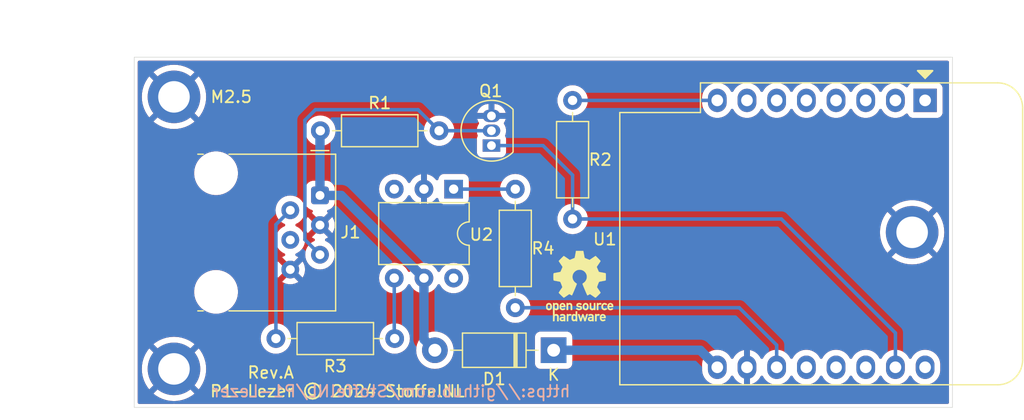
<source format=kicad_pcb>
(kicad_pcb (version 20240108) (generator "pcbnew") (generator_version "8.0")
  (layers (0 "F.Cu" signal) (31 "B.Cu" signal) (34 "B.Paste" user) (35 "F.Paste" user) (36 "B.SilkS" user "B.Silkscreen") (37 "F.SilkS" user "F.Silkscreen") (38 "B.Mask" user) (39 "F.Mask" user) (44 "Edge.Cuts" user))
  (net 0 "")
  (net 1 "Net-(Q1-C)")
  (net 2 "+5V")
  (net 3 "Net-(Q1-B)")
  (net 4 "Net-(R3-Pad1)")
  (net 5 "GND")
  (net 6 "+3.3V")
  (net 7 "Req")
  (net 8 "Net-(R4-Pad1)")
  (net 9 "Net-(J1-Pad2)")
  (net 24 "Net-(D1-K)")
  (footprint "Symbol:OSHW-Logo_5.7x6mm_SilkScreen" (layer "F.Cu") (at 103.7 86.6)
    (property "Reference" "OpenSourceHarware-logo" (hide yes))
    (property "Value" "OSHW-Logo_5.7x6mm_SilkScreen" (hide yes))
    (fp_poly (pts (xy 1.79946 1.45803) (xy 1.842711 1.471245) (xy 1.870558 1.487941) (xy 1.879629 1.501145) (xy 1.877132 1.516797) (xy 1.860931 1.541385) (xy 1.847232 1.5588) (xy 1.818992 1.590283) (xy 1.797775 1.603529) (xy 1.779688 1.602664) (xy 1.726035 1.58901) (xy 1.68663 1.58963) (xy 1.654632 1.605104) (xy 1.64389 1.614161) (xy 1.609505 1.646027) (xy 1.609505 2.062179) (xy 1.471188 2.062179) (xy 1.471188 1.458614) (xy 1.540347 1.458614) (xy 1.581869 1.460256) (xy 1.603291 1.466087) (xy 1.609502 1.477461) (xy 1.609505 1.477798) (xy 1.612439 1.489713) (xy 1.625704 1.488159) (xy 1.644084 1.479563) (xy 1.682046 1.463568) (xy 1.712872 1.453945) (xy 1.752536 1.451478) (xy 1.79946 1.45803)) (stroke (width 0.01)) (fill solid) (layer "F.SilkS"))
    (fp_poly (pts (xy 1.635255 2.401486) (xy 1.683595 2.411015) (xy 1.711114 2.425125) (xy 1.740064 2.448568) (xy 1.698876 2.500571) (xy 1.673482 2.532064) (xy 1.656238 2.547428) (xy 1.639102 2.549776) (xy 1.614027 2.542217) (xy 1.602257 2.537941) (xy 1.55427 2.531631) (xy 1.510324 2.545156) (xy 1.47806 2.57571) (xy 1.472819 2.585452) (xy 1.467112 2.611258) (xy 1.462706 2.658817) (xy 1.459811 2.724758) (xy 1.458631 2.80571) (xy 1.458614 2.817226) (xy 1.458614 3.017822) (xy 1.320297 3.017822) (xy 1.320297 2.401683) (xy 1.389456 2.401683) (xy 1.429333 2.402725) (xy 1.450107 2.407358) (xy 1.457789 2.417849) (xy 1.458614 2.427745) (xy 1.458614 2.453806) (xy 1.491745 2.427745) (xy 1.529735 2.409965) (xy 1.58077 2.401174) (xy 1.635255 2.401486)) (stroke (width 0.01)) (fill solid) (layer "F.SilkS"))
    (fp_poly (pts (xy -0.993356 2.40302) (xy -0.974539 2.40866) (xy -0.968473 2.421053) (xy -0.968218 2.426647) (xy -0.967129 2.44223) (xy -0.959632 2.444676) (xy -0.939381 2.433993) (xy -0.927351 2.426694) (xy -0.8894 2.411063) (xy -0.844072 2.403334) (xy -0.796544 2.40274) (xy -0.751995 2.408513) (xy -0.715602 2.419884) (xy -0.692543 2.436088) (xy -0.687996 2.456355) (xy -0.690291 2.461843) (xy -0.70702 2.484626) (xy -0.732963 2.512647) (xy -0.737655 2.517177) (xy -0.762383 2.538005) (xy -0.783718 2.544735) (xy -0.813555 2.540038) (xy -0.825508 2.536917) (xy -0.862705 2.529421) (xy -0.888859 2.532792) (xy -0.910946 2.544681) (xy -0.931178 2.560635) (xy -0.946079 2.5807) (xy -0.956434 2.608702) (xy -0.963029 2.648467) (xy -0.966649 2.703823) (xy -0.968078 2.778594) (xy -0.968218 2.82374) (xy -0.968218 3.017822) (xy -1.09396 3.017822) (xy -1.09396 2.401683) (xy -1.031089 2.401683) (xy -0.993356 2.40302)) (stroke (width 0.01)) (fill solid) (layer "F.SilkS"))
    (fp_poly (pts (xy 0.993367 1.654342) (xy 0.994555 1.746563) (xy 0.998897 1.81661) (xy 1.007558 1.867381) (xy 1.021704 1.901772) (xy 1.0425 1.922679) (xy 1.07111 1.933) (xy 1.106535 1.935636) (xy 1.143636 1.932682) (xy 1.171818 1.921889) (xy 1.192243 1.90036) (xy 1.206079 1.865199) (xy 1.214491 1.81351) (xy 1.218643 1.742394) (xy 1.219703 1.654342) (xy 1.219703 1.458614) (xy 1.35802 1.458614) (xy 1.35802 2.062179) (xy 1.288862 2.062179) (xy 1.24717 2.060489) (xy 1.225701 2.054556) (xy 1.219703 2.043293) (xy 1.216091 2.033261) (xy 1.201714 2.035383) (xy 1.172736 2.04958) (xy 1.106319 2.07148) (xy 1.035875 2.069928) (xy 0.968377 2.046147) (xy 0.936233 2.027362) (xy 0.911715 2.007022) (xy 0.893804 1.981573) (xy 0.881479 1.947458) (xy 0.873723 1.901121) (xy 0.869516 1.839007) (xy 0.86784 1.757561) (xy 0.867624 1.694578) (xy 0.867624 1.458614) (xy 0.993367 1.458614) (xy 0.993367 1.654342)) (stroke (width 0.01)) (fill solid) (layer "F.SilkS"))
    (fp_poly (pts (xy -0.754012 1.469002) (xy -0.722717 1.48395) (xy -0.692409 1.505541) (xy -0.669318 1.530391) (xy -0.6525 1.562087) (xy -0.641006 1.604214) (xy -0.633891 1.660358) (xy -0.630207 1.734106) (xy -0.629008 1.829044) (xy -0.628989 1.838985) (xy -0.628713 2.062179) (xy -0.76703 2.062179) (xy -0.76703 1.856418) (xy -0.767128 1.780189) (xy -0.767809 1.724939) (xy -0.769651 1.686501) (xy -0.773233 1.660706) (xy -0.779132 1.643384) (xy -0.787927 1.630368) (xy -0.80018 1.617507) (xy -0.843047 1.589873) (xy -0.889843 1.584745) (xy -0.934424 1.602217) (xy -0.949928 1.615221) (xy -0.96131 1.627447) (xy -0.969481 1.64054) (xy -0.974974 1.658615) (xy -0.97832 1.685787) (xy -0.980051 1.72617) (xy -0.980697 1.783879) (xy -0.980792 1.854132) (xy -0.980792 2.062179) (xy -1.119109 2.062179) (xy -1.119109 1.458614) (xy -1.04995 1.458614) (xy -1.008428 1.460256) (xy -0.987006 1.466087) (xy -0.980795 1.477461) (xy -0.980792 1.477798) (xy -0.97791 1.488938) (xy -0.965199 1.487674) (xy -0.939926 1.475434) (xy -0.882605 1.457424) (xy -0.817037 1.455421) (xy -0.754012 1.469002)) (stroke (width 0.01)) (fill solid) (layer "F.SilkS"))
    (fp_poly (pts (xy 2.217226 1.46388) (xy 2.29008 1.49483) (xy 2.313027 1.509895) (xy 2.342354 1.533048) (xy 2.360764 1.551253) (xy 2.363961 1.557183) (xy 2.354935 1.57034) (xy 2.331837 1.592667) (xy 2.313344 1.60825) (xy 2.262728 1.648926) (xy 2.22276 1.615295) (xy 2.191874 1.593584) (xy 2.161759 1.58609) (xy 2.127292 1.58792) (xy 2.072561 1.601528) (xy 2.034886 1.629772) (xy 2.011991 1.675433) (xy 2.001597 1.741289) (xy 2.001595 1.741331) (xy 2.002494 1.814939) (xy 2.016463 1.868946) (xy 2.044328 1.905716) (xy 2.063325 1.918168) (xy 2.113776 1.933673) (xy 2.167663 1.933683) (xy 2.214546 1.918638) (xy 2.225644 1.911287) (xy 2.253476 1.892511) (xy 2.275236 1.889434) (xy 2.298704 1.903409) (xy 2.324649 1.92851) (xy 2.365716 1.97088) (xy 2.320121 2.008464) (xy 2.249674 2.050882) (xy 2.170233 2.071785) (xy 2.087215 2.070272) (xy 2.032694 2.056411) (xy 1.96897 2.022135) (xy 1.918005 1.968212) (xy 1.894851 1.930149) (xy 1.876099 1.875536) (xy 1.866715 1.806369) (xy 1.866643 1.731407) (xy 1.875824 1.659409) (xy 1.894199 1.599137) (xy 1.897093 1.592958) (xy 1.939952 1.532351) (xy 1.997979 1.488224) (xy 2.066591 1.461493) (xy 2.141201 1.453073) (xy 2.217226 1.46388)) (stroke (width 0.01)) (fill solid) (layer "F.SilkS"))
    (fp_poly (pts (xy 0.610762 1.466055) (xy 0.674363 1.500692) (xy 0.724123 1.555372) (xy 0.747568 1.599842) (xy 0.757634 1.639121) (xy 0.764156 1.695116) (xy 0.766951 1.759621) (xy 0.765836 1.824429) (xy 0.760626 1.881334) (xy 0.754541 1.911727) (xy 0.734014 1.953306) (xy 0.698463 1.997468) (xy 0.655619 2.036087) (xy 0.613211 2.061034) (xy 0.612177 2.06143) (xy 0.559553 2.072331) (xy 0.497188 2.072601) (xy 0.437924 2.062676) (xy 0.41504 2.054722) (xy 0.356102 2.0213) (xy 0.31389 1.977511) (xy 0.286156 1.919538) (xy 0.270651 1.843565) (xy 0.267143 1.803771) (xy 0.26759 1.753766) (xy 0.402376 1.753766) (xy 0.406917 1.826732) (xy 0.419986 1.882334) (xy 0.440756 1.917861) (xy 0.455552 1.92802) (xy 0.493464 1.935104) (xy 0.538527 1.933007) (xy 0.577487 1.922812) (xy 0.587704 1.917204) (xy 0.614659 1.884538) (xy 0.632451 1.834545) (xy 0.640024 1.773705) (xy 0.636325 1.708497) (xy 0.628057 1.669253) (xy 0.60432 1.623805) (xy 0.566849 1.595396) (xy 0.52172 1.585573) (xy 0.475011 1.595887) (xy 0.439132 1.621112) (xy 0.420277 1.641925) (xy 0.409272 1.662439) (xy 0.404026 1.690203) (xy 0.402449 1.732762) (xy 0.402376 1.753766) (xy 0.26759 1.753766) (xy 0.268094 1.69758) (xy 0.285388 1.610501) (xy 0.319029 1.54253) (xy 0.369018 1.493664) (xy 0.435356 1.463899) (xy 0.449601 1.460448) (xy 0.53521 1.452345) (xy 0.610762 1.466055)) (stroke (width 0.01)) (fill solid) (layer "F.SilkS"))
    (fp_poly (pts (xy 0.281524 2.404237) (xy 0.331255 2.407971) (xy 0.461291 2.797773) (xy 0.481678 2.728614) (xy 0.493946 2.685874) (xy 0.510085 2.628115) (xy 0.527512 2.564625) (xy 0.536726 2.53057) (xy 0.571388 2.401683) (xy 0.714391 2.401683) (xy 0.671646 2.536857) (xy 0.650596 2.603342) (xy 0.625167 2.683539) (xy 0.59861 2.767193) (xy 0.574902 2.841782) (xy 0.520902 3.011535) (xy 0.462598 3.015328) (xy 0.404295 3.019122) (xy 0.372679 2.914734) (xy 0.353182 2.849889) (xy 0.331904 2.7784) (xy 0.313308 2.715263) (xy 0.312574 2.71275) (xy 0.298684 2.669969) (xy 0.286429 2.640779) (xy 0.277846 2.629741) (xy 0.276082 2.631018) (xy 0.269891 2.64813) (xy 0.258128 2.684787) (xy 0.242225 2.736378) (xy 0.223614 2.798294) (xy 0.213543 2.832352) (xy 0.159007 3.017822) (xy 0.043264 3.017822) (xy -0.049263 2.725471) (xy -0.075256 2.643462) (xy -0.098934 2.568987) (xy -0.11918 2.505544) (xy -0.134874 2.456632) (xy -0.144898 2.425749) (xy -0.147945 2.416726) (xy -0.145533 2.407487) (xy -0.126592 2.403441) (xy -0.087177 2.403846) (xy -0.081007 2.404152) (xy -0.007914 2.407971) (xy 0.039957 2.58401) (xy 0.057553 2.648211) (xy 0.073277 2.704649) (xy 0.085746 2.748422) (xy 0.093574 2.77463) (xy 0.09502 2.778903) (xy 0.101014 2.77399) (xy 0.113101 2.748532) (xy 0.129893 2.705997) (xy 0.150003 2.64985) (xy 0.167003 2.59913) (xy 0.231794 2.400504) (xy 0.281524 2.404237)) (stroke (width 0.01)) (fill solid) (layer "F.SilkS"))
    (fp_poly (pts (xy -2.538261 1.465148) (xy -2.472479 1.494231) (xy -2.42254 1.542793) (xy -2.388374 1.610908) (xy -2.369907 1.698651) (xy -2.368583 1.712351) (xy -2.367546 1.808939) (xy -2.380993 1.893602) (xy -2.408108 1.962221) (xy -2.422627 1.984294) (xy -2.473201 2.031011) (xy -2.537609 2.061268) (xy -2.609666 2.073824) (xy -2.683185 2.067439) (xy -2.739072 2.047772) (xy -2.787132 2.014629) (xy -2.826412 1.971175) (xy -2.827092 1.970158) (xy -2.843044 1.943338) (xy -2.85341 1.916368) (xy -2.859688 1.882332) (xy -2.863373 1.83431) (xy -2.864997 1.794931) (xy -2.865672 1.759219) (xy -2.739955 1.759219) (xy -2.738726 1.79477) (xy -2.734266 1.842094) (xy -2.726397 1.872465) (xy -2.712207 1.894072) (xy -2.698917 1.906694) (xy -2.651802 1.933122) (xy -2.602505 1.936653) (xy -2.556593 1.917639) (xy -2.533638 1.896331) (xy -2.517096 1.874859) (xy -2.507421 1.854313) (xy -2.503174 1.827574) (xy -2.50292 1.787523) (xy -2.504228 1.750638) (xy -2.507043 1.697947) (xy -2.511505 1.663772) (xy -2.519548 1.64148) (xy -2.533103 1.624442) (xy -2.543845 1.614703) (xy -2.588777 1.589123) (xy -2.637249 1.587847) (xy -2.677894 1.602999) (xy -2.712567 1.634642) (xy -2.733224 1.68662) (xy -2.739955 1.759219) (xy -2.865672 1.759219) (xy -2.866479 1.716621) (xy -2.863948 1.658056) (xy -2.856362 1.614007) (xy -2.842681 1.579248) (xy -2.821865 1.548551) (xy -2.814147 1.539436) (xy -2.765889 1.494021) (xy -2.714128 1.467493) (xy -2.650828 1.456379) (xy -2.619961 1.455471) (xy -2.538261 1.465148)) (stroke (width 0.01)) (fill solid) (layer "F.SilkS"))
    (fp_poly (pts (xy -0.201188 3.017822) (xy -0.270346 3.017822) (xy -0.310488 3.016645) (xy -0.331394 3.011772) (xy -0.338922 3.001186) (xy -0.339505 2.994029) (xy -0.340774 2.979676) (xy -0.348779 2.976923) (xy -0.369815 2.985771) (xy -0.386173 2.994029) (xy -0.448977 3.013597) (xy -0.517248 3.014729) (xy -0.572752 3.000135) (xy -0.624438 2.964877) (xy -0.663838 2.912835) (xy -0.685413 2.85145) (xy -0.685962 2.848018) (xy -0.689167 2.810571) (xy -0.690761 2.756813) (xy -0.690633 2.716155) (xy -0.553279 2.716155) (xy -0.550097 2.770194) (xy -0.542859 2.814735) (xy -0.53306 2.839888) (xy -0.495989 2.87426) (xy -0.451974 2.886582) (xy -0.406584 2.876618) (xy -0.367797 2.846895) (xy -0.353108 2.826905) (xy -0.344519 2.80305) (xy -0.340496 2.76823) (xy -0.339505 2.71593) (xy -0.341278 2.664139) (xy -0.345963 2.618634) (xy -0.352603 2.588181) (xy -0.35371 2.585452) (xy -0.380491 2.553) (xy -0.419579 2.535183) (xy -0.463315 2.532306) (xy -0.504038 2.544674) (xy -0.534087 2.572593) (xy -0.537204 2.578148) (xy -0.546961 2.612022) (xy -0.552277 2.660728) (xy -0.553279 2.716155) (xy -0.690633 2.716155) (xy -0.690568 2.69554) (xy -0.689664 2.662563) (xy -0.683514 2.580981) (xy -0.670733 2.51973) (xy -0.649471 2.474449) (xy -0.617878 2.440779) (xy -0.587207 2.421014) (xy -0.544354 2.40712) (xy -0.491056 2.402354) (xy -0.43648 2.406236) (xy -0.389792 2.418282) (xy -0.365124 2.432693) (xy -0.339505 2.455878) (xy -0.339505 2.162773) (xy -0.201188 2.162773) (xy -0.201188 3.017822)) (stroke (width 0.01)) (fill solid) (layer "F.SilkS"))
    (fp_poly (pts (xy 2.677898 1.456457) (xy 2.710096 1.464279) (xy 2.771825 1.492921) (xy 2.82461 1.536667) (xy 2.861141 1.589117) (xy 2.86616 1.600893) (xy 2.873045 1.63174) (xy 2.877864 1.677371) (xy 2.879505 1.723492) (xy 2.879505 1.810693) (xy 2.697178 1.810693) (xy 2.621979 1.810978) (xy 2.569003 1.812704) (xy 2.535325 1.817181) (xy 2.51802 1.82572) (xy 2.514163 1.83963) (xy 2.520829 1.860222) (xy 2.53277 1.884315) (xy 2.56608 1.924525) (xy 2.612368 1.944558) (xy 2.668944 1.943905) (xy 2.733031 1.922101) (xy 2.788417 1.895193) (xy 2.834375 1.931532) (xy 2.880333 1.967872) (xy 2.837096 2.007819) (xy 2.779374 2.045563) (xy 2.708386 2.06832) (xy 2.632029 2.074688) (xy 2.558199 2.063268) (xy 2.546287 2.059393) (xy 2.481399 2.025506) (xy 2.43313 1.974986) (xy 2.400465 1.906325) (xy 2.382385 1.818014) (xy 2.382175 1.816121) (xy 2.380556 1.719878) (xy 2.3871 1.685542) (xy 2.514852 1.685542) (xy 2.526584 1.690822) (xy 2.558438 1.694867) (xy 2.605397 1.697176) (xy 2.635154 1.697525) (xy 2.690648 1.697306) (xy 2.725346 1.695916) (xy 2.743601 1.692251) (xy 2.749766 1.68521) (xy 2.748195 1.67369) (xy 2.746878 1.669233) (xy 2.724382 1.627355) (xy 2.689003 1.593604) (xy 2.65778 1.578773) (xy 2.616301 1.579668) (xy 2.574269 1.598164) (xy 2.539012 1.628786) (xy 2.517854 1.666062) (xy 2.514852 1.685542) (xy 2.3871 1.685542) (xy 2.39669 1.635229) (xy 2.428698 1.564191) (xy 2.474701 1.508779) (xy 2.532821 1.471009) (xy 2.60118 1.452896) (xy 2.677898 1.456457)) (stroke (width 0.01)) (fill solid) (layer "F.SilkS"))
    (fp_poly (pts (xy 0.014017 1.456452) (xy 0.061634 1.465482) (xy 0.111034 1.48437) (xy 0.116312 1.486777) (xy 0.153774 1.506476) (xy 0.179717 1.524781) (xy 0.188103 1.536508) (xy 0.180117 1.555632) (xy 0.16072 1.58385) (xy 0.15211 1.594384) (xy 0.116628 1.635847) (xy 0.070885 1.608858) (xy 0.02735 1.590878) (xy -0.02295 1.581267) (xy -0.071188 1.58066) (xy -0.108533 1.589691) (xy -0.117495 1.595327) (xy -0.134563 1.621171) (xy -0.136637 1.650941) (xy -0.123866 1.674197) (xy -0.116312 1.678708) (xy -0.093675 1.684309) (xy -0.053885 1.690892) (xy -0.004834 1.697183) (xy 0.004215 1.69817) (xy 0.082996 1.711798) (xy 0.140136 1.734946) (xy 0.17803 1.769752) (xy 0.199079 1.818354) (xy 0.205635 1.877718) (xy 0.196577 1.945198) (xy 0.167164 1.998188) (xy 0.117278 2.036783) (xy 0.0468 2.061081) (xy -0.031435 2.070667) (xy -0.095234 2.070552) (xy -0.146984 2.061845) (xy -0.182327 2.049825) (xy -0.226983 2.02888) (xy -0.268253 2.004574) (xy -0.282921 1.993876) (xy -0.320643 1.963084) (xy -0.275148 1.917049) (xy -0.229653 1.871013) (xy -0.177928 1.905243) (xy -0.126048 1.930952) (xy -0.070649 1.944399) (xy -0.017395 1.945818) (xy 0.028049 1.935443) (xy 0.060016 1.913507) (xy 0.070338 1.894998) (xy 0.068789 1.865314) (xy 0.04314 1.842615) (xy -0.00654 1.82694) (xy -0.060969 1.819695) (xy -0.144736 1.805873) (xy -0.206967 1.779796) (xy -0.248493 1.740699) (xy -0.270147 1.68782) (xy -0.273147 1.625126) (xy -0.258329 1.559642) (xy -0.224546 1.510144) (xy -0.171495 1.476408) (xy -0.098874 1.458207) (xy -0.045072 1.454639) (xy 0.014017 1.456452)) (stroke (width 0.01)) (fill solid) (layer "F.SilkS"))
    (fp_poly (pts (xy 2.032581 2.40497) (xy 2.092685 2.420597) (xy 2.143021 2.452848) (xy 2.167393 2.47694) (xy 2.207345 2.533895) (xy 2.230242 2.599965) (xy 2.238108 2.681182) (xy 2.238148 2.687748) (xy 2.238218 2.753763) (xy 1.858264 2.753763) (xy 1.866363 2.788342) (xy 1.880987 2.819659) (xy 1.906581 2.852291) (xy 1.911935 2.8575) (xy 1.957943 2.885694) (xy 2.01041 2.890475) (xy 2.070803 2.871926) (xy 2.08104 2.866931) (xy 2.112439 2.851745) (xy 2.13347 2.843094) (xy 2.137139 2.842293) (xy 2.149948 2.850063) (xy 2.174378 2.869072) (xy 2.186779 2.87946) (xy 2.212476 2.903321) (xy 2.220915 2.919077) (xy 2.215058 2.933571) (xy 2.211928 2.937534) (xy 2.190725 2.954879) (xy 2.155738 2.975959) (xy 2.131337 2.988265) (xy 2.062072 3.009946) (xy 1.985388 3.016971) (xy 1.912765 3.008647) (xy 1.892426 3.002686) (xy 1.829476 2.968952) (xy 1.782815 2.917045) (xy 1.752173 2.846459) (xy 1.737282 2.756692) (xy 1.735647 2.709753) (xy 1.740421 2.641413) (xy 1.86099 2.641413) (xy 1.872652 2.646465) (xy 1.903998 2.650429) (xy 1.949571 2.652768) (xy 1.980446 2.653169) (xy 2.035981 2.652783) (xy 2.071033 2.650975) (xy 2.090262 2.646773) (xy 2.09833 2.639203) (xy 2.099901 2.628218) (xy 2.089121 2.594381) (xy 2.06198 2.56094) (xy 2.026277 2.535272) (xy 1.99056 2.524772) (xy 1.942048 2.534086) (xy 1.900053 2.561013) (xy 1.870936 2.599827) (xy 1.86099 2.641413) (xy 1.740421 2.641413) (xy 1.742599 2.610236) (xy 1.764055 2.530949) (xy 1.80047 2.471263) (xy 1.852297 2.430549) (xy 1.91999 2.408179) (xy 1.956662 2.403871) (xy 2.032581 2.40497)) (stroke (width 0.01)) (fill solid) (layer "F.SilkS"))
    (fp_poly (pts (xy -1.356699 1.472614) (xy -1.344168 1.478514) (xy -1.300799 1.510283) (xy -1.25979 1.556646) (xy -1.229168 1.607696) (xy -1.220459 1.631166) (xy -1.212512 1.673091) (xy -1.207774 1.723757) (xy -1.207199 1.744679) (xy -1.207129 1.810693) (xy -1.587083 1.810693) (xy -1.578983 1.845273) (xy -1.559104 1.88617) (xy -1.524347 1.921514) (xy -1.482998 1.944282) (xy -1.456649 1.94901) (xy -1.420916 1.943273) (xy -1.378282 1.928882) (xy -1.363799 1.922262) (xy -1.31024 1.895513) (xy -1.264533 1.930376) (xy -1.238158 1.953955) (xy -1.224124 1.973417) (xy -1.223414 1.979129) (xy -1.235951 1.992973) (xy -1.263428 2.014012) (xy -1.288366 2.030425) (xy -1.355664 2.05993) (xy -1.43111 2.073284) (xy -1.505888 2.069812) (xy -1.565495 2.051663) (xy -1.626941 2.012784) (xy -1.670608 1.961595) (xy -1.697926 1.895367) (xy -1.710322 1.811371) (xy -1.711421 1.772936) (xy -1.707022 1.684861) (xy -1.706482 1.682299) (xy -1.580582 1.682299) (xy -1.577115 1.690558) (xy -1.562863 1.695113) (xy -1.53347 1.697065) (xy -1.484575 1.697517) (xy -1.465748 1.697525) (xy -1.408467 1.696843) (xy -1.372141 1.694364) (xy -1.352604 1.689443) (xy -1.34569 1.681434) (xy -1.345445 1.678862) (xy -1.353336 1.658423) (xy -1.373085 1.629789) (xy -1.381575 1.619763) (xy -1.413094 1.591408) (xy -1.445949 1.580259) (xy -1.463651 1.579327) (xy -1.511539 1.590981) (xy -1.551699 1.622285) (xy -1.577173 1.667752) (xy -1.577625 1.669233) (xy -1.580582 1.682299) (xy -1.706482 1.682299) (xy -1.692392 1.61551) (xy -1.666038 1.560025) (xy -1.633807 1.520639) (xy -1.574217 1.477931) (xy -1.504168 1.455109) (xy -1.429661 1.453046) (xy -1.356699 1.472614)) (stroke (width 0.01)) (fill solid) (layer "F.SilkS"))
    (fp_poly (pts (xy 1.038411 2.405417) (xy 1.091411 2.41829) (xy 1.106731 2.42511) (xy 1.136428 2.442974) (xy 1.15922 2.463093) (xy 1.176083 2.488962) (xy 1.187998 2.524073) (xy 1.195942 2.57192) (xy 1.200894 2.635996) (xy 1.203831 2.719794) (xy 1.204947 2.775768) (xy 1.209052 3.017822) (xy 1.138932 3.017822) (xy 1.096393 3.016038) (xy 1.074476 3.009942) (xy 1.068812 2.999706) (xy 1.065821 2.988637) (xy 1.052451 2.990754) (xy 1.034233 2.999629) (xy 0.988624 3.013233) (xy 0.930007 3.016899) (xy 0.868354 3.010903) (xy 0.813638 2.995521) (xy 0.80873 2.993386) (xy 0.758723 2.958255) (xy 0.725756 2.909419) (xy 0.710587 2.852333) (xy 0.711746 2.831824) (xy 0.835508 2.831824) (xy 0.846413 2.859425) (xy 0.878745 2.879204) (xy 0.93091 2.889819) (xy 0.958787 2.891228) (xy 1.005247 2.88762) (xy 1.036129 2.873597) (xy 1.043664 2.866931) (xy 1.064076 2.830666) (xy 1.068812 2.797773) (xy 1.068812 2.753763) (xy 1.007513 2.753763) (xy 0.936256 2.757395) (xy 0.886276 2.768818) (xy 0.854696 2.788824) (xy 0.847626 2.797743) (xy 0.835508 2.831824) (xy 0.711746 2.831824) (xy 0.713971 2.792456) (xy 0.736663 2.735244) (xy 0.767624 2.69658) (xy 0.786376 2.679864) (xy 0.804733 2.668878) (xy 0.828619 2.66218) (xy 0.863957 2.658326) (xy 0.916669 2.655873) (xy 0.937577 2.655168) (xy 1.068812 2.650879) (xy 1.06862 2.611158) (xy 1.063537 2.569405) (xy 1.045162 2.544158) (xy 1.008039 2.52803) (xy 1.007043 2.527742) (xy 0.95441 2.5214) (xy 0.902906 2.529684) (xy 0.86463 2.549827) (xy 0.849272 2.559773) (xy 0.83273 2.558397) (xy 0.807275 2.543987) (xy 0.792328 2.533817) (xy 0.763091 2.512088) (xy 0.74498 2.4958) (xy 0.742074 2.491137) (xy 0.75404 2.467005) (xy 0.789396 2.438185) (xy 0.804753 2.428461) (xy 0.848901 2.411714) (xy 0.908398 2.402227) (xy 0.974487 2.400095) (xy 1.038411 2.405417)) (stroke (width 0.01)) (fill solid) (layer "F.SilkS"))
    (fp_poly (pts (xy -1.38421 2.406555) (xy -1.325055 2.422339) (xy -1.280023 2.450948) (xy -1.248246 2.488419) (xy -1.238366 2.504411) (xy -1.231073 2.521163) (xy -1.225974 2.542592) (xy -1.222679 2.572616) (xy -1.220797 2.615154) (xy -1.219937 2.674122) (xy -1.219707 2.75344) (xy -1.219703 2.774484) (xy -1.219703 3.017822) (xy -1.280059 3.017822) (xy -1.318557 3.015126) (xy -1.347023 3.008295) (xy -1.354155 3.004083) (xy -1.373652 2.996813) (xy -1.393566 3.004083) (xy -1.426353 3.01316) (xy -1.473978 3.016813) (xy -1.526764 3.015228) (xy -1.575036 3.008589) (xy -1.603218 3.000072) (xy -1.657753 2.965063) (xy -1.691835 2.916479) (xy -1.707157 2.851882) (xy -1.707299 2.850223) (xy -1.705955 2.821566) (xy -1.584356 2.821566) (xy -1.573726 2.854161) (xy -1.55641 2.872505) (xy -1.521652 2.886379) (xy -1.475773 2.891917) (xy -1.428988 2.889191) (xy -1.391514 2.878274) (xy -1.381015 2.871269) (xy -1.362668 2.838904) (xy -1.35802 2.802111) (xy -1.35802 2.753763) (xy -1.427582 2.753763) (xy -1.493667 2.75885) (xy -1.543764 2.773263) (xy -1.574929 2.795729) (xy -1.584356 2.821566) (xy -1.705955 2.821566) (xy -1.703987 2.779647) (xy -1.68071 2.723845) (xy -1.636948 2.681647) (xy -1.630899 2.677808) (xy -1.604907 2.665309) (xy -1.572735 2.65774) (xy -1.52776 2.654061) (xy -1.474331 2.653216) (xy -1.35802 2.653169) (xy -1.35802 2.604411) (xy -1.362953 2.566581) (xy -1.375543 2.541236) (xy -1.377017 2.539887) (xy -1.405034 2.5288) (xy -1.447326 2.524503) (xy -1.494064 2.526615) (xy -1.535418 2.534756) (xy -1.559957 2.546965) (xy -1.573253 2.556746) (xy -1.587294 2.558613) (xy -1.606671 2.5506) (xy -1.635976 2.530739) (xy -1.679803 2.497063) (xy -1.683825 2.493909) (xy -1.681764 2.482236) (xy -1.664568 2.462822) (xy -1.638433 2.441248) (xy -1.609552 2.423096) (xy -1.600478 2.418809) (xy -1.56738 2.410256) (xy -1.51888 2.404155) (xy -1.464695 2.401708) (xy -1.462161 2.401703) (xy -1.38421 2.406555)) (stroke (width 0.01)) (fill solid) (layer "F.SilkS"))
    (fp_poly (pts (xy -1.908759 1.469184) (xy -1.882247 1.482282) (xy -1.849553 1.505106) (xy -1.825725 1.529996) (xy -1.809406 1.561249) (xy -1.79924 1.603166) (xy -1.793872 1.660044) (xy -1.791944 1.736184) (xy -1.791831 1.768917) (xy -1.792161 1.840656) (xy -1.793527 1.891927) (xy -1.7965 1.927404) (xy -1.801649 1.951763) (xy -1.809543 1.96968) (xy -1.817757 1.981902) (xy -1.870187 2.033905) (xy -1.93193 2.065184) (xy -1.998536 2.074592) (xy -2.065558 2.06098) (xy -2.086792 2.051354) (xy -2.137624 2.024859) (xy -2.137624 2.440052) (xy -2.100525 2.420868) (xy -2.051643 2.406025) (xy -1.991561 2.402222) (xy -1.931564 2.409243) (xy -1.886256 2.425013) (xy -1.848675 2.455047) (xy -1.816564 2.498024) (xy -1.81415 2.502436) (xy -1.803967 2.523221) (xy -1.79653 2.54417) (xy -1.791411 2.569548) (xy -1.788181 2.603618) (xy -1.786413 2.650641) (xy -1.785677 2.714882) (xy -1.785544 2.787176) (xy -1.785544 3.017822) (xy -1.923861 3.017822) (xy -1.923861 2.592533) (xy -1.962549 2.559979) (xy -2.002738 2.53394) (xy -2.040797 2.529205) (xy -2.079066 2.541389) (xy -2.099462 2.55332) (xy -2.114642 2.570313) (xy -2.125438 2.595995) (xy -2.132683 2.633991) (xy -2.137208 2.687926) (xy -2.139844 2.761425) (xy -2.140772 2.810347) (xy -2.143911 3.011535) (xy -2.209926 3.015336) (xy -2.27594 3.019136) (xy -2.27594 1.77065) (xy -2.137624 1.77065) (xy -2.134097 1.840254) (xy -2.122215 1.888569) (xy -2.10002 1.918631) (xy -2.065559 1.933471) (xy -2.030742 1.936436) (xy -1.991329 1.933028) (xy -1.965171 1.919617) (xy -1.948814 1.901896) (xy -1.935937 1.882835) (xy -1.928272 1.861601) (xy -1.924861 1.831849) (xy -1.924749 1.787236) (xy -1.925897 1.74988) (xy -1.928532 1.693604) (xy -1.932456 1.656658) (xy -1.939063 1.633223) (xy -1.949749 1.61748) (xy -1.959833 1.60838) (xy -2.00197 1.588537) (xy -2.05184 1.585332) (xy -2.080476 1.592168) (xy -2.108828 1.616464) (xy -2.127609 1.663728) (xy -2.136712 1.733624) (xy -2.137624 1.77065) (xy -2.27594 1.77065) (xy -2.27594 1.458614) (xy -2.206782 1.458614) (xy -2.16526 1.460256) (xy -2.143838 1.466087) (xy -2.137626 1.477461) (xy -2.137624 1.477798) (xy -2.134742 1.488938) (xy -2.12203 1.487673) (xy -2.096757 1.475433) (xy -2.037869 1.456707) (xy -1.971615 1.454739) (xy -1.908759 1.469184)) (stroke (width 0.01)) (fill solid) (layer "F.SilkS"))
    (fp_poly (pts (xy 0.376964 -2.709982) (xy 0.433812 -2.40843) (xy 0.853338 -2.235488) (xy 1.104984 -2.406605) (xy 1.175458 -2.45425) (xy 1.239163 -2.49679) (xy 1.293126 -2.532285) (xy 1.334373 -2.55879) (xy 1.359934 -2.574364) (xy 1.366895 -2.577722) (xy 1.379435 -2.569086) (xy 1.406231 -2.545208) (xy 1.44428 -2.509141) (xy 1.490579 -2.463933) (xy 1.542123 -2.412636) (xy 1.595909 -2.358299) (xy 1.648935 -2.303972) (xy 1.698195 -2.252705) (xy 1.740687 -2.207549) (xy 1.773407 -2.171554) (xy 1.793351 -2.14777) (xy 1.798119 -2.13981) (xy 1.791257 -2.125135) (xy 1.77202 -2.092986) (xy 1.74243 -2.046508) (xy 1.70451 -1.988844) (xy 1.660282 -1.92314) (xy 1.634654 -1.885664) (xy 1.587941 -1.817232) (xy 1.546432 -1.75548) (xy 1.51214 -1.703481) (xy 1.48708 -1.664308) (xy 1.473264 -1.641035) (xy 1.471188 -1.636145) (xy 1.475895 -1.622245) (xy 1.488723 -1.58985) (xy 1.507738 -1.543515) (xy 1.531003 -1.487794) (xy 1.556584 -1.427242) (xy 1.582545 -1.366414) (xy 1.60695 -1.309864) (xy 1.627863 -1.262148) (xy 1.643349 -1.227819) (xy 1.651472 -1.211432) (xy 1.651952 -1.210788) (xy 1.664707 -1.207659) (xy 1.698677 -1.200679) (xy 1.75034 -1.190533) (xy 1.816176 -1.177908) (xy 1.892664 -1.163491) (xy 1.93729 -1.155177) (xy 2.019021 -1.139616) (xy 2.092843 -1.124808) (xy 2.155021 -1.111564) (xy 2.201822 -1.100695) (xy 2.229509 -1.093011) (xy 2.235074 -1.090573) (xy 2.240526 -1.07407) (xy 2.244924 -1.0368) (xy 2.248272 -0.98312) (xy 2.250574 -0.917388) (xy 2.251832 -0.843963) (xy 2.252048 -0.767204) (xy 2.251227 -0.691468) (xy 2.249371 -0.621114) (xy 2.246482 -0.5605) (xy 2.242565 -0.513984) (xy 2.237622 -0.485925) (xy 2.234657 -0.480084) (xy 2.216934 -0.473083) (xy 2.179381 -0.463073) (xy 2.126964 -0.451231) (xy 2.064652 -0.438733) (xy 2.0429 -0.43469) (xy 1.938024 -0.41548) (xy 1.85518 -0.400009) (xy 1.79163 -0.387663) (xy 1.744637 -0.377827) (xy 1.711463 -0.369886) (xy 1.689371 -0.363224) (xy 1.675624 -0.357227) (xy 1.667484 -0.351281) (xy 1.666345 -0.350106) (xy 1.654977 -0.331174) (xy 1.637635 -0.294331) (xy 1.61605 -0.244087) (xy 1.591954 -0.184954) (xy 1.567079 -0.121444) (xy 1.543157 -0.058068) (xy 1.521919 0.000662) (xy 1.505097 0.050235) (xy 1.494422 0.086139) (xy 1.491627 0.103862) (xy 1.49186 0.104483) (xy 1.501331 0.11897) (xy 1.522818 0.150844) (xy 1.554063 0.196789) (xy 1.592807 0.253485) (xy 1.636793 0.317617) (xy 1.649319 0.335842) (xy 1.693984 0.401914) (xy 1.733288 0.4622) (xy 1.765088 0.513235) (xy 1.787245 0.55156) (xy 1.797617 0.573711) (xy 1.798119 0.576432) (xy 1.789405 0.590736) (xy 1.765325 0.619072) (xy 1.728976 0.658396) (xy 1.683453 0.705661) (xy 1.631852 0.757823) (xy 1.577267 0.811835) (xy 1.522794 0.864653) (xy 1.471529 0.913231) (xy 1.426567 0.954523) (xy 1.391004 0.985485) (xy 1.367935 1.00307) (xy 1.361554 1.005941) (xy 1.346699 0.999178) (xy 1.316286 0.980939) (xy 1.275268 0.954297) (xy 1.243709 0.932852) (xy 1.186525 0.893503) (xy 1.118806 0.847171) (xy 1.05088 0.800913) (xy 1.014361 0.776155) (xy 0.890752 0.692547) (xy 0.786991 0.74865) (xy 0.73972 0.773228) (xy 0.699523 0.792331) (xy 0.672326 0.803227) (xy 0.665402 0.804743) (xy 0.657077 0.793549) (xy 0.640654 0.761917) (xy 0.617357 0.712765) (xy 0.588414 0.64901) (xy 0.55505 0.573571) (xy 0.518491 0.489364) (xy 0.479964 0.399308) (xy 0.440694 0.306321) (xy 0.401908 0.21332) (xy 0.36483 0.123223) (xy 0.330689 0.038948) (xy 0.300708 -0.036587) (xy 0.276116 -0.100466) (xy 0.258136 -0.149769) (xy 0.247997 -0.181579) (xy 0.246366 -0.192504) (xy 0.259291 -0.206439) (xy 0.287589 -0.22906) (xy 0.325346 -0.255667) (xy 0.328515 -0.257772) (xy 0.4261 -0.335886) (xy 0.504786 -0.427018) (xy 0.563891 -0.528255) (xy 0.602732 -0.636682) (xy 0.620628 -0.749386) (xy 0.616897 -0.863452) (xy 0.590857 -0.975966) (xy 0.541825 -1.084015) (xy 0.5274 -1.107655) (xy 0.452369 -1.203113) (xy 0.36373 -1.279768) (xy 0.264549 -1.33722) (xy 0.157895 -1.375071) (xy 0.046836 -1.392922) (xy -0.065561 -1.390375) (xy -0.176227 -1.36703) (xy -0.282094 -1.32249) (xy -0.380095 -1.256355) (xy -0.41041 -1.229513) (xy -0.487562 -1.145488) (xy -0.543782 -1.057034) (xy -0.582347 -0.957885) (xy -0.603826 -0.859697) (xy -0.609128 -0.749303) (xy -0.591448 -0.63836) (xy -0.552581 -0.530619) (xy -0.494323 -0.429831) (xy -0.418469 -0.339744) (xy -0.326817 -0.264108) (xy -0.314772 -0.256136) (xy -0.276611 -0.230026) (xy -0.247601 -0.207405) (xy -0.233732 -0.192961) (xy -0.233531 -0.192504) (xy -0.236508 -0.176879) (xy -0.248311 -0.141418) (xy -0.267714 -0.089038) (xy -0.293488 -0.022655) (xy -0.324409 0.054814) (xy -0.359249 0.14045) (xy -0.396783 0.231337) (xy -0.435783 0.324559) (xy -0.475023 0.417197) (xy -0.513276 0.506335) (xy -0.549317 0.589055) (xy -0.581917 0.662441) (xy -0.609852 0.723575) (xy -0.631895 0.769541) (xy -0.646818 0.797421) (xy -0.652828 0.804743) (xy -0.671191 0.799041) (xy -0.705552 0.783749) (xy -0.749984 0.761599) (xy -0.774417 0.74865) (xy -0.878178 0.692547) (xy -1.001787 0.776155) (xy -1.064886 0.818987) (xy -1.13397 0.866122) (xy -1.198707 0.910503) (xy -1.231134 0.932852) (xy -1.276741 0.963477) (xy -1.31536 0.987747) (xy -1.341952 1.002587) (xy -1.35059 1.005724) (xy -1.363161 0.997261) (xy -1.390984 0.973636) (xy -1.431361 0.937302) (xy -1.481595 0.890711) (xy -1.538988 0.836317) (xy -1.575286 0.801392) (xy -1.63879 0.738996) (xy -1.693673 0.683188) (xy -1.737714 0.636354) (xy -1.768695 0.600882) (xy -1.784398 0.579161) (xy -1.785905 0.574752) (xy -1.778914 0.557985) (xy -1.759594 0.524082) (xy -1.730091 0.476476) (xy -1.692545 0.418599) (xy -1.6491 0.353884) (xy -1.636745 0.335842) (xy -1.591727 0.270267) (xy -1.55134 0.211228) (xy -1.51784 0.162042) (xy -1.493486 0.126028) (xy -1.480536 0.106502) (xy -1.479285 0.104483) (xy -1.481156 0.088922) (xy -1.491087 0.054709) (xy -1.507347 0.006355) (xy -1.528205 -0.051629) (xy -1.551927 -0.11473) (xy -1.576784 -0.178437) (xy -1.601042 -0.238239) (xy -1.622971 -0.289624) (xy -1.640838 -0.328081) (xy -1.652913 -0.349098) (xy -1.653771 -0.350106) (xy -1.661154 -0.356112) (xy -1.673625 -0.362052) (xy -1.69392 -0.36854) (xy -1.724778 -0.376191) (xy -1.768934 -0.38562) (xy -1.829126 -0.397441) (xy -1.908093 -0.412271) (xy -2.00857 -0.430723) (xy -2.030325 -0.43469) (xy -2.094802 -0.447147) (xy -2.151011 -0.459334) (xy -2.193987 -0.470074) (xy -2.21876 -0.478191) (xy -2.222082 -0.480084) (xy -2.227556 -0.496862) (xy -2.232006 -0.534355) (xy -2.235428 -0.588206) (xy -2.237819 -0.654056) (xy -2.239177 -0.727547) (xy -2.239499 -0.80432) (xy -2.238781 -0.880017) (xy -2.237021 -0.95028) (xy -2.234216 -1.01075) (xy -2.230362 -1.05707) (xy -2.225457 -1.084881) (xy -2.2225 -1.090573) (xy -2.206037 -1.096314) (xy -2.168551 -1.105655) (xy -2.113775 -1.117785) (xy -2.045445 -1.131893) (xy -1.967294 -1.14717) (xy -1.924716 -1.155177) (xy -1.843929 -1.170279) (xy -1.771887 -1.18396) (xy -1.712111 -1.195533) (xy -1.668121 -1.204313) (xy -1.643439 -1.209613) (xy -1.639377 -1.210788) (xy -1.632511 -1.224035) (xy -1.617998 -1.255943) (xy -1.597771 -1.301953) (xy -1.573766 -1.357508) (xy -1.547918 -1.418047) (xy -1.52216 -1.479014) (xy -1.498427 -1.535849) (xy -1.478654 -1.583994) (xy -1.464776 -1.61889) (xy -1.458726 -1.635979) (xy -1.458614 -1.636726) (xy -1.465472 -1.650207) (xy -1.484698 -1.68123) (xy -1.514272 -1.726711) (xy -1.552173 -1.783568) (xy -1.59638 -1.848717) (xy -1.622079 -1.886138) (xy -1.668907 -1.954753) (xy -1.710499 -2.017048) (xy -1.744825 -2.069871) (xy -1.769857 -2.110073) (xy -1.783565 -2.1345) (xy -1.785544 -2.139976) (xy -1.777034 -2.152722) (xy -1.753507 -2.179937) (xy -1.717968 -2.218572) (xy -1.673423 -2.265577) (xy -1.622877 -2.317905) (xy -1.569336 -2.372505) (xy -1.515805 -2.42633) (xy -1.465289 -2.47633) (xy -1.420794 -2.519457) (xy -1.385325 -2.552661) (xy -1.361887 -2.572894) (xy -1.354046 -2.577722) (xy -1.34128 -2.570933) (xy -1.310744 -2.551858) (xy -1.26541 -2.522439) (xy -1.208244 -2.484619) (xy -1.142216 -2.440339) (xy -1.09241 -2.406605) (xy -0.840764 -2.235488) (xy -0.631001 -2.321959) (xy -0.421237 -2.40843) (xy -0.364389 -2.709982) (xy -0.30754 -3.011534) (xy 0.320115 -3.011534) (xy 0.376964 -2.709982)) (stroke (width 0.01)) (fill solid) (layer "F.SilkS"))
  )
  (footprint "Resistor_THT:R_Axial_DIN0207_L6.3mm_D2.5mm_P10.16mm_Horizontal" (layer "F.Cu") (at 103.1 70.7 -90)
    (property "Reference" "R2" (at 5.08 -2.37 180) (layer "F.SilkS") (effects (font (thickness 0.153))))
    (property "Value" "10k")
    (fp_line (start 1.81 1.37) (end 8.35 1.37) (stroke (width 0.12)) (layer "F.SilkS"))
    (fp_line (start 8.35 1.37) (end 8.35 -1.37) (stroke (width 0.12)) (layer "F.SilkS"))
    (fp_line (start 1.04 0) (end 1.81 0) (stroke (width 0.12)) (layer "F.SilkS"))
    (fp_line (start 9.12 0) (end 8.35 0) (stroke (width 0.12)) (layer "F.SilkS"))
    (fp_line (start 1.81 -1.37) (end 1.81 1.37) (stroke (width 0.12)) (layer "F.SilkS"))
    (fp_line (start 8.35 -1.37) (end 1.81 -1.37) (stroke (width 0.12)) (layer "F.SilkS"))
    (pad "1" thru_hole circle (at 0 0 270) (size 1.6 1.6) (drill 0.8) (layers "*.Cu" "*.Mask") (net 6 "+3.3V"))
    (pad "2" thru_hole oval (at 10.16 0 270) (size 1.6 1.6) (drill 0.8) (layers "*.Cu" "*.Mask") (net 1 "Net-(Q1-C)"))
  )
  (footprint "MountingHole:MountingHole_2.7mm_M2.5_ISO7380_Pad_TopBottom" (layer "F.Cu") (at 69 93.7)
    (property "Reference" "MH2" (hide yes))
    (property "Value" "MountingHole_2.7mm_M2.5_ISO7380_Pad_TopBottom" (hide yes))
    (pad "1" thru_hole circle (at 0 0) (size 3.1 3.1) (drill 2.7) (layers "*.Cu" "*.Mask"))
    (pad "1" connect circle (at 0 0) (size 4.5 4.5) (layers "F.Cu" "F.Mask") (net 5 "GND"))
    (pad "1" connect circle (at 0 0) (size 4.5 4.5) (layers "B.Cu" "B.Mask") (net 5 "GND"))
  )
  (footprint "Resistor_THT:R_Axial_DIN0207_L6.3mm_D2.5mm_P10.16mm_Horizontal" (layer "F.Cu") (at 98.2 78.3 -90)
    (property "Reference" "R4" (at 5.08 -2.37 180) (layer "F.SilkS") (effects (font (thickness 0.153))))
    (property "Value" "200")
    (fp_line (start 1.81 1.37) (end 8.35 1.37) (stroke (width 0.12)) (layer "F.SilkS"))
    (fp_line (start 8.35 1.37) (end 8.35 -1.37) (stroke (width 0.12)) (layer "F.SilkS"))
    (fp_line (start 1.04 0) (end 1.81 0) (stroke (width 0.12)) (layer "F.SilkS"))
    (fp_line (start 9.12 0) (end 8.35 0) (stroke (width 0.12)) (layer "F.SilkS"))
    (fp_line (start 1.81 -1.37) (end 1.81 1.37) (stroke (width 0.12)) (layer "F.SilkS"))
    (fp_line (start 8.35 -1.37) (end 1.81 -1.37) (stroke (width 0.12)) (layer "F.SilkS"))
    (pad "1" thru_hole circle (at 0 0 270) (size 1.6 1.6) (drill 0.8) (layers "*.Cu" "*.Mask") (net 8 "Net-(R4-Pad1)"))
    (pad "2" thru_hole oval (at 10.16 0 270) (size 1.6 1.6) (drill 0.8) (layers "*.Cu" "*.Mask") (net 7 "Req"))
  )
  (footprint "Package_TO_SOT_THT:TO-92_Inline" (layer "F.Cu") (at 96.16 74.57 90)
    (property "Reference" "Q1" (at 4.67 -0.06 0) (layer "F.SilkS") (effects (font (thickness 0.153))))
    (property "Value" "BC547")
    (fp_line (start -0.53 1.85) (end 3.07 1.85) (stroke (width 0.12)) (layer "F.SilkS"))
    (fp_arc (start 1.27 -2.6) (mid 3.672087 -0.994977) (end 3.108478 1.838478) (stroke (width 0.12)) (layer "F.SilkS"))
    (fp_arc (start -0.568478 1.838478) (mid -1.132087 -0.994977) (end 1.27 -2.6) (stroke (width 0.12)) (layer "F.SilkS"))
    (pad "1" thru_hole rect (at 0 0 90) (size 1.05 1.5) (drill 0.75) (layers "*.Cu" "*.Mask") (net 1 "Net-(Q1-C)"))
    (pad "2" thru_hole oval (at 1.27 0 90) (size 1.05 1.5) (drill 0.75) (layers "*.Cu" "*.Mask") (net 3 "Net-(Q1-B)"))
    (pad "3" thru_hole oval (at 2.54 0 90) (size 1.05 1.5) (drill 0.75) (layers "*.Cu" "*.Mask") (net 5 "GND"))
  )
  (footprint "Module:WEMOS_D1_mini_light" (layer "F.Cu") (at 133.26 70.7 -90)
    (property "Reference" "U1" (at 11.9 27.4 180) (layer "F.SilkS") (effects (font (thickness 0.153))))
    (property "Value" "WeMos_D1_mini")
    (fp_line (start 1.04 26.12) (end 24.36 26.12) (stroke (width 0.12)) (layer "F.SilkS"))
    (fp_line (start 24.36 26.12) (end 24.36 -6.21) (stroke (width 0.12)) (layer "F.SilkS"))
    (fp_line (start -1.5 19.22) (end 1.04 19.22) (stroke (width 0.12)) (layer "F.SilkS"))
    (fp_line (start -1.5 19.22) (end -1.5 -6.21) (stroke (width 0.12)) (layer "F.SilkS"))
    (fp_line (start 1.04 19.22) (end 1.04 26.12) (stroke (width 0.12)) (layer "F.SilkS"))
    (fp_line (start 22.24 -8.34) (end 0.63 -8.34) (stroke (width 0.12)) (layer "F.SilkS"))
    (fp_arc (start -1.5 -6.21) (mid -0.876137 -7.716137) (end 0.63 -8.34) (stroke (width 0.12)) (layer "F.SilkS"))
    (fp_arc (start 22.23 -8.34) (mid 23.736137 -7.716137) (end 24.36 -6.21) (stroke (width 0.12)) (layer "F.SilkS"))
    (fp_poly (pts (xy -2.54 -0.635) (xy -2.54 0.635) (xy -1.905 0)) (stroke (width 0.15)) (fill solid) (layer "F.SilkS"))
    (pad "1" thru_hole rect (at 0 0 270) (size 2 2) (drill 1) (layers "*.Cu" "*.Mask"))
    (pad "2" thru_hole oval (at 0 2.54 270) (size 2 1.6) (drill 1) (layers "*.Cu" "*.Mask"))
    (pad "3" thru_hole oval (at 0 5.08 270) (size 2 1.6) (drill 1) (layers "*.Cu" "*.Mask"))
    (pad "4" thru_hole oval (at 0 7.62 270) (size 2 1.6) (drill 1) (layers "*.Cu" "*.Mask"))
    (pad "5" thru_hole oval (at 0 10.16 270) (size 2 1.6) (drill 1) (layers "*.Cu" "*.Mask"))
    (pad "6" thru_hole oval (at 0 12.7 270) (size 2 1.6) (drill 1) (layers "*.Cu" "*.Mask"))
    (pad "7" thru_hole oval (at 0 15.24 270) (size 2 1.6) (drill 1) (layers "*.Cu" "*.Mask"))
    (pad "8" thru_hole oval (at 0 17.78 270) (size 2 1.6) (drill 1) (layers "*.Cu" "*.Mask") (net 6 "+3.3V"))
    (pad "9" thru_hole oval (at 22.86 17.78 270) (size 2 1.6) (drill 1) (layers "*.Cu" "*.Mask") (net 24 "Net-(D1-K)"))
    (pad "10" thru_hole oval (at 22.86 15.24 270) (size 2 1.6) (drill 1) (layers "*.Cu" "*.Mask") (net 5 "GND"))
    (pad "11" thru_hole oval (at 22.86 12.7 270) (size 2 1.6) (drill 1) (layers "*.Cu" "*.Mask") (net 7 "Req"))
    (pad "12" thru_hole oval (at 22.86 10.16 270) (size 2 1.6) (drill 1) (layers "*.Cu" "*.Mask"))
    (pad "13" thru_hole oval (at 22.86 7.62 270) (size 2 1.6) (drill 1) (layers "*.Cu" "*.Mask"))
    (pad "14" thru_hole oval (at 22.86 5.08 270) (size 2 1.6) (drill 1) (layers "*.Cu" "*.Mask"))
    (pad "15" thru_hole oval (at 22.86 2.54 270) (size 2 1.6) (drill 1) (layers "*.Cu" "*.Mask") (net 1 "Net-(Q1-C)"))
    (pad "16" thru_hole oval (at 22.86 0 270) (size 2 1.6) (drill 1) (layers "*.Cu" "*.Mask"))
  )
  (footprint "Resistor_THT:R_Axial_DIN0207_L6.3mm_D2.5mm_P10.16mm_Horizontal" (layer "F.Cu") (at 87.88 91.1 180)
    (property "Reference" "R3" (at 5.08 -2.37 180) (layer "F.SilkS") (effects (font (thickness 0.153))))
    (property "Value" "100")
    (fp_line (start 9.12 0) (end 8.35 0) (stroke (width 0.12)) (layer "F.SilkS"))
    (fp_line (start 8.35 1.37) (end 8.35 -1.37) (stroke (width 0.12)) (layer "F.SilkS"))
    (fp_line (start 8.35 -1.37) (end 1.81 -1.37) (stroke (width 0.12)) (layer "F.SilkS"))
    (fp_line (start 1.81 1.37) (end 8.35 1.37) (stroke (width 0.12)) (layer "F.SilkS"))
    (fp_line (start 1.81 -1.37) (end 1.81 1.37) (stroke (width 0.12)) (layer "F.SilkS"))
    (fp_line (start 1.04 0) (end 1.81 0) (stroke (width 0.12)) (layer "F.SilkS"))
    (pad "1" thru_hole circle (at 0 0 180) (size 1.6 1.6) (drill 0.8) (layers "*.Cu" "*.Mask") (net 4 "Net-(R3-Pad1)"))
    (pad "2" thru_hole oval (at 10.16 0 180) (size 1.6 1.6) (drill 0.8) (layers "*.Cu" "*.Mask") (net 9 "Net-(J1-Pad2)"))
  )
  (footprint "Connector_RJ:RJ12_Amphenol_54601-x06_Horizontal" (layer "F.Cu") (at 81.49 78.84 -90)
    (property "Reference" "J1" (at 3.16 -2.61 180) (layer "F.SilkS") (effects (font (thickness 0.153))))
    (property "Value" "RJ12")
    (fp_line (start -3.53 10.45) (end -3.53 9.99) (stroke (width 0.12)) (layer "F.SilkS"))
    (fp_line (start 9.89 10.45) (end 9.89 9.99) (stroke (width 0.12)) (layer "F.SilkS"))
    (fp_line (start -3.53 7.79) (end -3.53 -1.34) (stroke (width 0.12)) (layer "F.SilkS"))
    (fp_line (start -3.84 0.77) (end -3.84 -0.76) (stroke (width 0.12)) (layer "F.SilkS"))
    (fp_line (start -3.53 -1.34) (end 9.89 -1.34) (stroke (width 0.12)) (layer "F.SilkS"))
    (fp_line (start 9.89 -1.34) (end 9.89 7.79) (stroke (width 0.12)) (layer "F.SilkS"))
    (pad "" np_thru_hole circle (at -1.9 8.89 270) (size 3.25 3.25) (drill 3.25) (layers "*.Cu" "*.Mask"))
    (pad "" np_thru_hole circle (at 8.26 8.89 270) (size 3.25 3.25) (drill 3.25) (layers "*.Cu" "*.Mask"))
    (pad "1" thru_hole roundrect (at 0 0 270) (size 1.52 1.52) (drill 0.76) (layers "*.Cu" "*.Mask") (roundrect_rratio 0.1644736842) (net 2 "+5V"))
    (pad "2" thru_hole circle (at 1.27 2.54 270) (size 1.52 1.52) (drill 0.76) (layers "*.Cu" "*.Mask") (net 9 "Net-(J1-Pad2)"))
    (pad "3" thru_hole circle (at 2.54 0 270) (size 1.52 1.52) (drill 0.76) (layers "*.Cu" "*.Mask") (net 5 "GND"))
    (pad "4" thru_hole circle (at 3.81 2.54 270) (size 1.52 1.52) (drill 0.76) (layers "*.Cu" "*.Mask"))
    (pad "5" thru_hole circle (at 5.08 0 270) (size 1.52 1.52) (drill 0.76) (layers "*.Cu" "*.Mask") (net 3 "Net-(Q1-B)"))
    (pad "6" thru_hole circle (at 6.35 2.54 270) (size 1.52 1.52) (drill 0.76) (layers "*.Cu" "*.Mask") (net 5 "GND"))
  )
  (footprint "Resistor_THT:R_Axial_DIN0207_L6.3mm_D2.5mm_P10.16mm_Horizontal" (layer "F.Cu") (at 81.52 73.3)
    (property "Reference" "R1" (at 5.08 -2.37 0) (layer "F.SilkS") (effects (font (thickness 0.153))))
    (property "Value" "4k7")
    (fp_line (start 1.04 0) (end 1.81 0) (stroke (width 0.12)) (layer "F.SilkS"))
    (fp_line (start 1.81 -1.37) (end 1.81 1.37) (stroke (width 0.12)) (layer "F.SilkS"))
    (fp_line (start 1.81 1.37) (end 8.35 1.37) (stroke (width 0.12)) (layer "F.SilkS"))
    (fp_line (start 8.35 -1.37) (end 1.81 -1.37) (stroke (width 0.12)) (layer "F.SilkS"))
    (fp_line (start 8.35 1.37) (end 8.35 -1.37) (stroke (width 0.12)) (layer "F.SilkS"))
    (fp_line (start 9.12 0) (end 8.35 0) (stroke (width 0.12)) (layer "F.SilkS"))
    (pad "1" thru_hole circle (at 0 0) (size 1.6 1.6) (drill 0.8) (layers "*.Cu" "*.Mask") (net 2 "+5V"))
    (pad "2" thru_hole oval (at 10.16 0) (size 1.6 1.6) (drill 0.8) (layers "*.Cu" "*.Mask") (net 3 "Net-(Q1-B)"))
  )
  (footprint "Package_DIP:DIP-6_W7.62mm" (layer "F.Cu") (at 92.925 78.3 -90)
    (property "Reference" "U2" (at 3.9 -2.375 180) (layer "F.SilkS") (effects (font (thickness 0.153))))
    (property "Value" "TIL111")
    (fp_line (start 1.16 6.41) (end 6.46 6.41) (stroke (width 0.12)) (layer "F.SilkS"))
    (fp_line (start 6.46 6.41) (end 6.46 -1.33) (stroke (width 0.12)) (layer "F.SilkS"))
    (fp_line (start 1.16 -1.33) (end 1.16 6.41) (stroke (width 0.12)) (layer "F.SilkS"))
    (fp_line (start 2.81 -1.33) (end 1.16 -1.33) (stroke (width 0.12)) (layer "F.SilkS"))
    (fp_line (start 6.46 -1.33) (end 4.81 -1.33) (stroke (width 0.12)) (layer "F.SilkS"))
    (fp_arc (start 4.81 -1.33) (mid 3.81 -0.33) (end 2.81 -1.33) (stroke (width 0.12)) (layer "F.SilkS"))
    (pad "1" thru_hole rect (at 0 0 270) (size 1.6 1.6) (drill 0.8) (layers "*.Cu" "*.Mask") (net 8 "Net-(R4-Pad1)"))
    (pad "2" thru_hole oval (at 0 2.54 270) (size 1.6 1.6) (drill 0.8) (layers "*.Cu" "*.Mask") (net 5 "GND"))
    (pad "3" thru_hole oval (at 0 5.08 270) (size 1.6 1.6) (drill 0.8) (layers "*.Cu" "*.Mask"))
    (pad "4" thru_hole oval (at 7.62 5.08 270) (size 1.6 1.6) (drill 0.8) (layers "*.Cu" "*.Mask") (net 4 "Net-(R3-Pad1)"))
    (pad "5" thru_hole oval (at 7.62 2.54 270) (size 1.6 1.6) (drill 0.8) (layers "*.Cu" "*.Mask") (net 2 "+5V"))
    (pad "6" thru_hole oval (at 7.62 0 270) (size 1.6 1.6) (drill 0.8) (layers "*.Cu" "*.Mask"))
  )
  (footprint "Diode_THT:D_DO-41_SOD81_P10.16mm_Horizontal" (layer "F.Cu") (at 101.48 92.1 180)
    (property "Reference" "D1" (at 5.08 -2.47 180) (layer "F.SilkS") (effects (font (thickness 0.153))))
    (property "Value" "1N5817")
    (fp_line (start 8.82 0) (end 7.8 0) (stroke (width 0.12)) (layer "F.SilkS"))
    (fp_line (start 7.8 1.47) (end 7.8 -1.47) (stroke (width 0.12)) (layer "F.SilkS"))
    (fp_line (start 7.8 -1.47) (end 2.36 -1.47) (stroke (width 0.12)) (layer "F.SilkS"))
    (fp_line (start 3.38 -1.47) (end 3.38 1.47) (stroke (width 0.12)) (layer "F.SilkS"))
    (fp_line (start 3.26 -1.47) (end 3.26 1.47) (stroke (width 0.12)) (layer "F.SilkS"))
    (fp_line (start 3.14 -1.47) (end 3.14 1.47) (stroke (width 0.12)) (layer "F.SilkS"))
    (fp_line (start 2.36 1.47) (end 7.8 1.47) (stroke (width 0.12)) (layer "F.SilkS"))
    (fp_line (start 2.36 -1.47) (end 2.36 1.47) (stroke (width 0.12)) (layer "F.SilkS"))
    (fp_line (start 1.34 0) (end 2.36 0) (stroke (width 0.12)) (layer "F.SilkS"))
    (fp_text user "K" (at 0 -2.1 180) (layer "F.SilkS") (effects (font (thickness 0.153))))
    (pad "1" thru_hole rect (at 0 0 180) (size 2.2 2.2) (drill 1.1) (layers "*.Cu" "*.Mask") (net 24 "Net-(D1-K)"))
    (pad "2" thru_hole oval (at 10.16 0 180) (size 2.2 2.2) (drill 1.1) (layers "*.Cu" "*.Mask") (net 2 "+5V"))
  )
  (footprint "MountingHole:MountingHole_2.7mm_M2.5_ISO7380_Pad_TopBottom" (layer "F.Cu") (at 132.15 82)
    (property "Reference" "MH3" (hide yes))
    (property "Value" "MountingHole_2.7mm_M2.5_ISO7380_Pad_TopBottom" (hide yes))
    (pad "1" thru_hole circle (at 0 0) (size 3.1 3.1) (drill 2.7) (layers "*.Cu" "*.Mask"))
    (pad "1" connect circle (at 0 0) (size 4.5 4.5) (layers "F.Cu" "F.Mask") (net 5 "GND"))
    (pad "1" connect circle (at 0 0) (size 4.5 4.5) (layers "B.Cu" "B.Mask") (net 5 "GND"))
  )
  (footprint "MountingHole:MountingHole_2.7mm_M2.5_ISO7380_Pad_TopBottom" (layer "F.Cu") (at 69 70.4)
    (property "Reference" "M2.5" (at 4.9 0 0) (layer "F.SilkS") (effects (font (thickness 0.153))))
    (property "Value" "MountingHole_2.7mm_M2.5_ISO7380_Pad_TopBottom" (hide yes))
    (pad "1" thru_hole circle (at 0 0) (size 3.1 3.1) (drill 2.7) (layers "*.Cu" "*.Mask"))
    (pad "1" connect circle (at 0 0) (size 4.5 4.5) (layers "F.Cu" "F.Mask") (net 5 "GND"))
    (pad "1" connect circle (at 0 0) (size 4.5 4.5) (layers "B.Cu" "B.Mask") (net 5 "GND"))
  )
  (gr_rect (start 65.6 67) (end 135.6 97) (stroke (width 0.05)) (fill none) (layer "Edge.Cuts"))
  (gr_text "https://github.com/StoffelNL/P1-Lezer" (at 103 96.2 0) (layer "B.SilkS") (effects (font (size 1 1) (thickness 0.153)) (justify left bottom mirror)))
  (gr_text "P1-Lezer © 2024 StoffelNL" (at 72 96.2 0) (layer "F.SilkS") (effects (font (size 1 1) (thickness 0.153)) (justify left bottom)))
  (gr_text "Rev.A" (at 75.2 94.6 0) (layer "F.SilkS") (effects (font (size 1 1) (thickness 0.153)) (justify left bottom)))
  (segment (start 100.57 74.57) (end 103.1 77.1) (width 0.3) (layer "B.Cu") (net 1))
  (segment (start 120.96 80.86) (end 130.72 90.62) (width 0.3) (layer "B.Cu") (net 1))
  (segment (start 103.1 77.1) (end 103.1 80.86) (width 0.3) (layer "B.Cu") (net 1))
  (segment (start 103.1 80.86) (end 120.96 80.86) (width 0.3) (layer "B.Cu") (net 1))
  (segment (start 96.16 74.57) (end 100.57 74.57) (width 0.3) (layer "B.Cu") (net 1))
  (segment (start 130.72 93.56) (end 130.72 90.62) (width 0.3) (layer "B.Cu") (net 1))
  (segment (start 81.49 73.33) (end 81.52 73.3) (width 0.8) (layer "B.Cu") (net 2))
  (segment (start 81.49 78.84) (end 83.305 78.84) (width 0.8) (layer "B.Cu") (net 2))
  (segment (start 90.385 85.92) (end 90.385 91.165) (width 0.8) (layer "B.Cu") (net 2))
  (segment (start 90.385 91.165) (end 91.32 92.1) (width 0.8) (layer "B.Cu") (net 2))
  (segment (start 81.49 78.84) (end 81.49 73.33) (width 0.8) (layer "B.Cu") (net 2))
  (segment (start 83.305 78.84) (end 90.385 85.92) (width 0.8) (layer "B.Cu") (net 2))
  (segment (start 91.68 73.3) (end 96.16 73.3) (width 0.3) (layer "B.Cu") (net 3))
  (segment (start 80.2 82.63) (end 80.2 72.4) (width 0.3) (layer "B.Cu") (net 3))
  (segment (start 81.49 83.92) (end 80.2 82.63) (width 0.3) (layer "B.Cu") (net 3))
  (segment (start 81.1 71.5) (end 89.88 71.5) (width 0.3) (layer "B.Cu") (net 3))
  (segment (start 80.2 72.4) (end 81.1 71.5) (width 0.3) (layer "B.Cu") (net 3))
  (segment (start 89.88 71.5) (end 91.68 73.3) (width 0.3) (layer "B.Cu") (net 3))
  (segment (start 87.845 85.92) (end 87.845 91.065) (width 0.3) (layer "B.Cu") (net 4))
  (segment (start 87.845 91.065) (end 87.88 91.1) (width 0.3) (layer "B.Cu") (net 4))
  (segment (start 103.1 70.7) (end 115.48 70.7) (width 0.3) (layer "B.Cu") (net 6))
  (segment (start 117.36 88.46) (end 98.2 88.46) (width 0.3) (layer "B.Cu") (net 7))
  (segment (start 120.56 91.66) (end 117.36 88.46) (width 0.3) (layer "B.Cu") (net 7))
  (segment (start 120.56 93.56) (end 120.56 91.66) (width 0.3) (layer "B.Cu") (net 7))
  (segment (start 98.2 78.3) (end 92.925 78.3) (width 0.3) (layer "B.Cu") (net 8))
  (segment (start 77.72 81.34) (end 78.95 80.11) (width 0.3) (layer "B.Cu") (net 9))
  (segment (start 77.72 91.1) (end 77.72 81.34) (width 0.3) (layer "B.Cu") (net 9))
  (segment (start 114.02 92.1) (end 115.48 93.56) (width 0.8) (layer "B.Cu") (net 24))
  (segment (start 101.48 92.1) (end 114.02 92.1) (width 0.8) (layer "B.Cu") (net 24))
  (zone (net 5) (net_name "GND") (layer "F.Cu") (priority 1) (connect_pads (clearance 0.5)) (min_thickness 0.25) (fill yes (thermal_gap 0.5) (thermal_bridge_width 0.5))
    (polygon (pts (xy 64.6 66) (xy 139.1 66) (xy 139.4 98.1) (xy 64.6 98)))
  )
  (zone (net 5) (net_name "GND") (layer "B.Cu") (connect_pads (clearance 0.5)) (min_thickness 0.25) (fill yes (thermal_gap 0.5) (thermal_bridge_width 0.5))
    (polygon (pts (xy 65.1 66.5) (xy 138.8 66.5) (xy 138.9 97.5) (xy 65.1 97.5)))
  )
)
</source>
